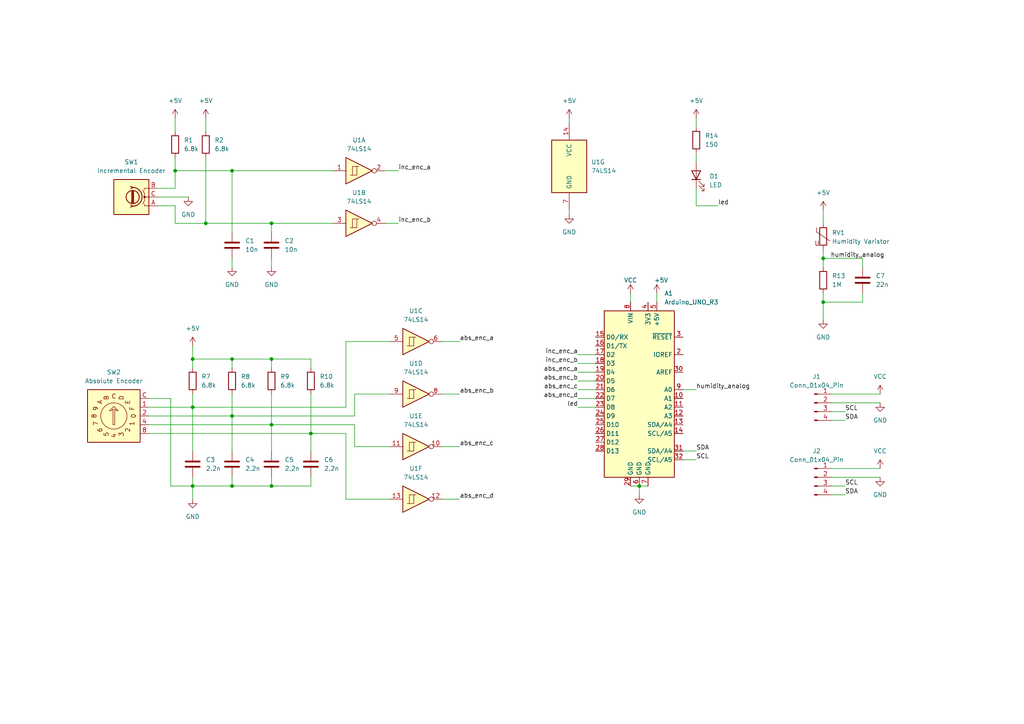
<source format=kicad_sch>
(kicad_sch (version 20230121) (generator eeschema)
  (paper "A4")
  (lib_symbols
    (symbol "74xx:74LS14" (pin_names (offset 1.016))
      (property "Reference" "U" (at 0 1.27 0))
      (property "Value" "74LS14" (at 0 -1.27 0))
      (symbol "74LS14_1_0"
        (polyline (pts (xy -3.81 3.81) (xy -3.81 -3.81) (xy 3.81 0) (xy -3.81 3.81)) (stroke (width 0.254)) (fill (type background)))
        (pin input line (at -7.62 0 0) (length 3.81) (name "~") (number "1"))
        (pin output inverted (at 7.62 0 180) (length 3.81) (name "~") (number "2"))
      )
      (symbol "74LS14_1_1"
        (polyline (pts (xy -1.905 -1.27) (xy -1.905 1.27) (xy -0.635 1.27)))
        (polyline (pts (xy -2.54 -1.27) (xy -0.635 -1.27) (xy -0.635 1.27) (xy 0 1.27)))
      )
      (symbol "74LS14_2_0"
        (polyline (pts (xy -3.81 3.81) (xy -3.81 -3.81) (xy 3.81 0) (xy -3.81 3.81)) (stroke (width 0.254)) (fill (type background)))
        (pin input line (at -7.62 0 0) (length 3.81) (name "~") (number "3"))
        (pin output inverted (at 7.62 0 180) (length 3.81) (name "~") (number "4"))
      )
      (symbol "74LS14_2_1"
        (polyline (pts (xy -1.905 -1.27) (xy -1.905 1.27) (xy -0.635 1.27)))
        (polyline (pts (xy -2.54 -1.27) (xy -0.635 -1.27) (xy -0.635 1.27) (xy 0 1.27)))
      )
      (symbol "74LS14_3_0"
        (polyline (pts (xy -3.81 3.81) (xy -3.81 -3.81) (xy 3.81 0) (xy -3.81 3.81)) (stroke (width 0.254)) (fill (type background)))
        (pin input line (at -7.62 0 0) (length 3.81) (name "~") (number "5"))
        (pin output inverted (at 7.62 0 180) (length 3.81) (name "~") (number "6"))
      )
      (symbol "74LS14_3_1"
        (polyline (pts (xy -1.905 -1.27) (xy -1.905 1.27) (xy -0.635 1.27)))
        (polyline (pts (xy -2.54 -1.27) (xy -0.635 -1.27) (xy -0.635 1.27) (xy 0 1.27)))
      )
      (symbol "74LS14_4_0"
        (polyline (pts (xy -3.81 3.81) (xy -3.81 -3.81) (xy 3.81 0) (xy -3.81 3.81)) (stroke (width 0.254)) (fill (type background)))
        (pin output inverted (at 7.62 0 180) (length 3.81) (name "~") (number "8"))
        (pin input line (at -7.62 0 0) (length 3.81) (name "~") (number "9"))
      )
      (symbol "74LS14_4_1"
        (polyline (pts (xy -1.905 -1.27) (xy -1.905 1.27) (xy -0.635 1.27)))
        (polyline (pts (xy -2.54 -1.27) (xy -0.635 -1.27) (xy -0.635 1.27) (xy 0 1.27)))
      )
      (symbol "74LS14_5_0"
        (polyline (pts (xy -3.81 3.81) (xy -3.81 -3.81) (xy 3.81 0) (xy -3.81 3.81)) (stroke (width 0.254)) (fill (type background)))
        (pin output inverted (at 7.62 0 180) (length 3.81) (name "~") (number "10"))
        (pin input line (at -7.62 0 0) (length 3.81) (name "~") (number "11"))
      )
      (symbol "74LS14_5_1"
        (polyline (pts (xy -1.905 -1.27) (xy -1.905 1.27) (xy -0.635 1.27)))
        (polyline (pts (xy -2.54 -1.27) (xy -0.635 -1.27) (xy -0.635 1.27) (xy 0 1.27)))
      )
      (symbol "74LS14_6_0"
        (polyline (pts (xy -3.81 3.81) (xy -3.81 -3.81) (xy 3.81 0) (xy -3.81 3.81)) (stroke (width 0.254)) (fill (type background)))
        (pin output inverted (at 7.62 0 180) (length 3.81) (name "~") (number "12"))
        (pin input line (at -7.62 0 0) (length 3.81) (name "~") (number "13"))
      )
      (symbol "74LS14_6_1"
        (polyline (pts (xy -1.905 -1.27) (xy -1.905 1.27) (xy -0.635 1.27)))
        (polyline (pts (xy -2.54 -1.27) (xy -0.635 -1.27) (xy -0.635 1.27) (xy 0 1.27)))
      )
      (symbol "74LS14_7_0"
        (pin power_in line (at 0 12.7 270) (length 5.08) (name "VCC") (number "14"))
        (pin power_in line (at 0 -12.7 90) (length 5.08) (name "GND") (number "7"))
      )
      (symbol "74LS14_7_1"
        (rectangle (start -5.08 7.62) (end 5.08 -7.62) (stroke (width 0.254)) (fill (type background)))
      )
    )
    (symbol "Connector:Conn_01x04_Pin" (pin_names (offset 1.016) hide)
      (property "Reference" "J" (at 0 5.08 0))
      (property "Value" "Conn_01x04_Pin" (at 0 -7.62 0))
      (symbol "Conn_01x04_Pin_1_1"
        (polyline (pts (xy 1.27 -5.08) (xy 0.8636 -5.08)) (stroke (width 0.1524)))
        (polyline (pts (xy 1.27 -2.54) (xy 0.8636 -2.54)) (stroke (width 0.1524)))
        (polyline (pts (xy 1.27 0) (xy 0.8636 0)) (stroke (width 0.1524)))
        (polyline (pts (xy 1.27 2.54) (xy 0.8636 2.54)) (stroke (width 0.1524)))
        (rectangle (start 0.8636 -4.953) (end 0 -5.207) (stroke (width 0.1524)) (fill (type outline)))
        (rectangle (start 0.8636 -2.413) (end 0 -2.667) (stroke (width 0.1524)) (fill (type outline)))
        (rectangle (start 0.8636 0.127) (end 0 -0.127) (stroke (width 0.1524)) (fill (type outline)))
        (rectangle (start 0.8636 2.667) (end 0 2.413) (stroke (width 0.1524)) (fill (type outline)))
        (pin passive line (at 5.08 2.54 180) (length 3.81) (name "Pin_1") (number "1"))
        (pin passive line (at 5.08 0 180) (length 3.81) (name "Pin_2") (number "2"))
        (pin passive line (at 5.08 -2.54 180) (length 3.81) (name "Pin_3") (number "3"))
        (pin passive line (at 5.08 -5.08 180) (length 3.81) (name "Pin_4") (number "4"))
      )
    )
    (symbol "Device:C" (pin_numbers hide) (pin_names (offset 0.254))
      (property "Reference" "C" (at 0.635 2.54 0))
      (property "Value" "C" (at 0.635 -2.54 0))
      (symbol "C_0_1"
        (polyline (pts (xy -2.032 -0.762) (xy 2.032 -0.762)) (stroke (width 0.508)))
        (polyline (pts (xy -2.032 0.762) (xy 2.032 0.762)) (stroke (width 0.508)))
      )
      (symbol "C_1_1"
        (pin passive line (at 0 3.81 270) (length 2.794) (name "~") (number "1"))
        (pin passive line (at 0 -3.81 90) (length 2.794) (name "~") (number "2"))
      )
    )
    (symbol "Device:LED" (pin_numbers hide) (pin_names (offset 1.016) hide)
      (property "Reference" "D" (at 0 2.54 0))
      (property "Value" "LED" (at 0 -2.54 0))
      (symbol "LED_0_1"
        (polyline (pts (xy -1.27 -1.27) (xy -1.27 1.27)) (stroke (width 0.254)))
        (polyline (pts (xy -1.27 0) (xy 1.27 0)))
        (polyline (pts (xy 1.27 -1.27) (xy 1.27 1.27) (xy -1.27 0) (xy 1.27 -1.27)) (stroke (width 0.254)))
        (polyline (pts (xy -3.048 -0.762) (xy -4.572 -2.286) (xy -3.81 -2.286) (xy -4.572 -2.286) (xy -4.572 -1.524)))
        (polyline (pts (xy -1.778 -0.762) (xy -3.302 -2.286) (xy -2.54 -2.286) (xy -3.302 -2.286) (xy -3.302 -1.524)))
      )
      (symbol "LED_1_1"
        (pin passive line (at -3.81 0 0) (length 2.54) (name "K") (number "1"))
        (pin passive line (at 3.81 0 180) (length 2.54) (name "A") (number "2"))
      )
    )
    (symbol "Device:R" (pin_numbers hide) (pin_names (offset 0))
      (property "Reference" "R" (at 2.032 0 90))
      (property "Value" "R" (at 0 0 90))
      (symbol "R_0_1"
        (rectangle (start -1.016 -2.54) (end 1.016 2.54) (stroke (width 0.254)))
      )
      (symbol "R_1_1"
        (pin passive line (at 0 3.81 270) (length 1.27) (name "~") (number "1"))
        (pin passive line (at 0 -3.81 90) (length 1.27) (name "~") (number "2"))
      )
    )
    (symbol "Device:RotaryEncoder" (pin_names (offset 0.254) hide)
      (property "Reference" "SW" (at 0 6.604 0))
      (property "Value" "RotaryEncoder" (at 0 -6.604 0))
      (symbol "RotaryEncoder_0_1"
        (rectangle (start -5.08 5.08) (end 5.08 -5.08) (stroke (width 0.254)) (fill (type background)))
        (circle (center -3.81 0) (radius 0.254) (fill (type outline)))
        (circle (center -0.381 0) (radius 1.905) (stroke (width 0.254)))
        (arc (start -0.381 2.667) (mid -3.0988 -0.0635) (end -0.381 -2.794) (stroke (width 0.254)))
        (polyline (pts (xy -0.635 -1.778) (xy -0.635 1.778)) (stroke (width 0.254)))
        (polyline (pts (xy -0.381 -1.778) (xy -0.381 1.778)) (stroke (width 0.254)))
        (polyline (pts (xy -0.127 1.778) (xy -0.127 -1.778)) (stroke (width 0.254)))
        (polyline (pts (xy -5.08 -2.54) (xy -3.81 -2.54) (xy -3.81 -2.032)))
        (polyline (pts (xy -5.08 2.54) (xy -3.81 2.54) (xy -3.81 2.032)))
        (polyline (pts (xy 0.254 -3.048) (xy -0.508 -2.794) (xy 0.127 -2.413)) (stroke (width 0.254)))
        (polyline (pts (xy 0.254 2.921) (xy -0.508 2.667) (xy 0.127 2.286)) (stroke (width 0.254)))
        (polyline (pts (xy -5.08 0) (xy -3.81 0) (xy -3.81 -1.016) (xy -3.302 -2.032)))
        (polyline (pts (xy -4.318 0) (xy -3.81 0) (xy -3.81 1.016) (xy -3.302 2.032)))
      )
      (symbol "RotaryEncoder_1_1"
        (pin passive line (at -7.62 2.54 0) (length 2.54) (name "A") (number "A"))
        (pin passive line (at -7.62 -2.54 0) (length 2.54) (name "B") (number "B"))
        (pin passive line (at -7.62 0 0) (length 2.54) (name "C") (number "C"))
      )
    )
    (symbol "Device:Varistor" (pin_numbers hide) (pin_names (offset 0))
      (property "Reference" "RV" (at 3.175 0 90))
      (property "Value" "Varistor" (at -3.175 0 90))
      (symbol "Varistor_0_0"
        (text "U" (at -1.778 -2.032 0) (effects (font (size 1.27 1.27))))
      )
      (symbol "Varistor_0_1"
        (rectangle (start -1.016 -2.54) (end 1.016 2.54) (stroke (width 0.254)))
        (polyline (pts (xy -1.905 2.54) (xy -1.905 1.27) (xy 1.905 -1.27)))
      )
      (symbol "Varistor_1_1"
        (pin passive line (at 0 3.81 270) (length 1.27) (name "~") (number "1"))
        (pin passive line (at 0 -3.81 90) (length 1.27) (name "~") (number "2"))
      )
    )
    (symbol "MCU_Module:Arduino_UNO_R3"
      (property "Reference" "A" (at -10.16 23.495 0))
      (property "Value" "Arduino_UNO_R3" (at 5.08 -26.67 0))
      (symbol "Arduino_UNO_R3_0_1"
        (rectangle (start -10.16 22.86) (end 10.16 -25.4) (stroke (width 0.254)) (fill (type background)))
      )
      (symbol "Arduino_UNO_R3_1_1"
        (pin no_connect line (at -10.16 -20.32 0) (length 2.54) hide (name "NC") (number "1"))
        (pin bidirectional line (at 12.7 -2.54 180) (length 2.54) (name "A1") (number "10"))
        (pin bidirectional line (at 12.7 -5.08 180) (length 2.54) (name "A2") (number "11"))
        (pin bidirectional line (at 12.7 -7.62 180) (length 2.54) (name "A3") (number "12"))
        (pin bidirectional line (at 12.7 -10.16 180) (length 2.54) (name "SDA/A4") (number "13"))
        (pin bidirectional line (at 12.7 -12.7 180) (length 2.54) (name "SCL/A5") (number "14"))
        (pin bidirectional line (at -12.7 15.24 0) (length 2.54) (name "D0/RX") (number "15"))
        (pin bidirectional line (at -12.7 12.7 0) (length 2.54) (name "D1/TX") (number "16"))
        (pin bidirectional line (at -12.7 10.16 0) (length 2.54) (name "D2") (number "17"))
        (pin bidirectional line (at -12.7 7.62 0) (length 2.54) (name "D3") (number "18"))
        (pin bidirectional line (at -12.7 5.08 0) (length 2.54) (name "D4") (number "19"))
        (pin output line (at 12.7 10.16 180) (length 2.54) (name "IOREF") (number "2"))
        (pin bidirectional line (at -12.7 2.54 0) (length 2.54) (name "D5") (number "20"))
        (pin bidirectional line (at -12.7 0 0) (length 2.54) (name "D6") (number "21"))
        (pin bidirectional line (at -12.7 -2.54 0) (length 2.54) (name "D7") (number "22"))
        (pin bidirectional line (at -12.7 -5.08 0) (length 2.54) (name "D8") (number "23"))
        (pin bidirectional line (at -12.7 -7.62 0) (length 2.54) (name "D9") (number "24"))
        (pin bidirectional line (at -12.7 -10.16 0) (length 2.54) (name "D10") (number "25"))
        (pin bidirectional line (at -12.7 -12.7 0) (length 2.54) (name "D11") (number "26"))
        (pin bidirectional line (at -12.7 -15.24 0) (length 2.54) (name "D12") (number "27"))
        (pin bidirectional line (at -12.7 -17.78 0) (length 2.54) (name "D13") (number "28"))
        (pin power_in line (at -2.54 -27.94 90) (length 2.54) (name "GND") (number "29"))
        (pin input line (at 12.7 15.24 180) (length 2.54) (name "~{RESET}") (number "3"))
        (pin input line (at 12.7 5.08 180) (length 2.54) (name "AREF") (number "30"))
        (pin bidirectional line (at 12.7 -17.78 180) (length 2.54) (name "SDA/A4") (number "31"))
        (pin bidirectional line (at 12.7 -20.32 180) (length 2.54) (name "SCL/A5") (number "32"))
        (pin power_out line (at 2.54 25.4 270) (length 2.54) (name "3V3") (number "4"))
        (pin power_out line (at 5.08 25.4 270) (length 2.54) (name "+5V") (number "5"))
        (pin power_in line (at 0 -27.94 90) (length 2.54) (name "GND") (number "6"))
        (pin power_in line (at 2.54 -27.94 90) (length 2.54) (name "GND") (number "7"))
        (pin power_in line (at -2.54 25.4 270) (length 2.54) (name "VIN") (number "8"))
        (pin bidirectional line (at 12.7 0 180) (length 2.54) (name "A0") (number "9"))
      )
    )
    (symbol "Switch:SW_Coded_SH-7080" (pin_names hide)
      (property "Reference" "SW" (at -7.62 8.89 0))
      (property "Value" "SW_Coded_SH-7080" (at -7.62 -8.89 0))
      (symbol "SW_Coded_SH-7080_0_0"
        (text "0" (at 5.715 0 2700) (effects (font (size 1.27 1.27))))
        (text "1" (at 5.2832 -2.1844 2475) (effects (font (size 1.27 1.27))))
        (text "2" (at 4.0386 -4.0386 2250) (effects (font (size 1.27 1.27))))
        (text "3" (at 2.1844 -5.2832 2025) (effects (font (size 1.27 1.27))))
        (text "4" (at 0 -5.715 1800) (effects (font (size 1.27 1.27))))
        (text "5" (at -2.1844 -5.2832 1575) (effects (font (size 1.27 1.27))))
        (text "6" (at -4.0386 -4.0386 1350) (effects (font (size 1.27 1.27))))
        (text "7" (at -5.2832 -2.1844 1125) (effects (font (size 1.27 1.27))))
        (text "8" (at -5.715 0 900) (effects (font (size 1.27 1.27))))
        (text "9" (at -5.2832 2.1844 675) (effects (font (size 1.27 1.27))))
        (text "A" (at -4.0386 4.0386 450) (effects (font (size 1.27 1.27))))
        (text "B" (at -2.1844 5.2832 225) (effects (font (size 1.27 1.27))))
        (text "C" (at 0 5.715 0) (effects (font (size 1.27 1.27))))
        (text "D" (at 2.1844 5.2832 3375) (effects (font (size 1.27 1.27))))
        (text "E" (at 4.0386 4.0386 3150) (effects (font (size 1.27 1.27))))
        (text "F" (at 5.2832 2.1844 2925) (effects (font (size 1.27 1.27))))
      )
      (symbol "SW_Coded_SH-7080_0_1"
        (polyline (pts (xy -0.254 -2.54) (xy -0.254 2.032) (xy -0.762 1.524) (xy -1.27 1.524) (xy 0 2.794) (xy 1.27 1.524) (xy 0.762 1.524) (xy 0.254 2.032) (xy 0.254 -2.54) (xy -0.254 -2.54) (xy -0.254 -2.54)))
        (circle (center 0 0) (radius 3.81))
        (rectangle (start 7.62 7.62) (end -7.62 -7.62) (stroke (width 0.254)) (fill (type background)))
      )
      (symbol "SW_Coded_SH-7080_1_1"
        (pin passive line (at 10.16 2.54 180) (length 2.54) (name "1") (number "1"))
        (pin passive line (at 10.16 0 180) (length 2.54) (name "2") (number "2"))
        (pin passive line (at 10.16 -2.54 180) (length 2.54) (name "4") (number "4"))
        (pin passive line (at 10.16 -5.08 180) (length 2.54) (name "8") (number "8"))
        (pin passive line (at 10.16 5.08 180) (length 2.54) (name "C") (number "C"))
      )
    )
    (symbol "power:+5V" (power) (pin_names (offset 0))
      (property "Value" "+5V" (at 0 3.556 0))
      (symbol "+5V_0_1"
        (polyline (pts (xy -0.762 1.27) (xy 0 2.54)))
        (polyline (pts (xy 0 0) (xy 0 2.54)))
        (polyline (pts (xy 0 2.54) (xy 0.762 1.27)))
      )
      (symbol "+5V_1_1"
        (pin power_in line (at 0 0 90) (length 0) hide (name "+5V") (number "1"))
      )
    )
    (symbol "power:GND" (power) (pin_names (offset 0))
      (property "Value" "GND" (at 0 -3.81 0))
      (symbol "GND_0_1"
        (polyline (pts (xy 0 0) (xy 0 -1.27) (xy 1.27 -1.27) (xy 0 -2.54) (xy -1.27 -1.27) (xy 0 -1.27)))
      )
      (symbol "GND_1_1"
        (pin power_in line (at 0 0 270) (length 0) hide (name "GND") (number "1"))
      )
    )
    (symbol "power:VCC" (power) (pin_names (offset 0))
      (property "Value" "VCC" (at 0 3.81 0))
      (symbol "VCC_0_1"
        (polyline (pts (xy -0.762 1.27) (xy 0 2.54)))
        (polyline (pts (xy 0 0) (xy 0 2.54)))
        (polyline (pts (xy 0 2.54) (xy 0.762 1.27)))
      )
      (symbol "VCC_1_1"
        (pin power_in line (at 0 0 90) (length 0) hide (name "VCC") (number "1"))
      )
    )
  )
  (junction (at 185.42 140.97))
  (junction (at 238.76 74.93))
  (junction (at 67.31 49.53))
  (junction (at 67.31 104.14))
  (junction (at 55.88 140.97))
  (junction (at 55.88 118.11))
  (junction (at 67.31 120.65))
  (junction (at 50.8 49.53))
  (junction (at 78.74 123.19))
  (junction (at 90.17 125.73))
  (junction (at 78.74 104.14))
  (junction (at 67.31 140.97))
  (junction (at 59.69 64.77))
  (junction (at 55.88 104.14))
  (junction (at 78.74 140.97))
  (junction (at 78.74 64.77))
  (junction (at 238.76 87.63))
  (wire (pts (xy 67.31 140.97) (xy 55.88 140.97)))
  (wire (pts (xy 78.74 140.97) (xy 90.17 140.97)))
  (wire (pts (xy 182.88 140.97) (xy 185.42 140.97)))
  (wire (pts (xy 128.27 144.78) (xy 133.35 144.78)))
  (wire (pts (xy 250.19 74.93) (xy 250.19 77.47)))
  (wire (pts (xy 67.31 104.14) (xy 67.31 106.68)))
  (wire (pts (xy 201.93 34.29) (xy 201.93 36.83)))
  (wire (pts (xy 201.93 59.69) (xy 208.28 59.69)))
  (wire (pts (xy 78.74 114.3) (xy 78.74 123.19)))
  (wire (pts (xy 100.33 144.78) (xy 113.03 144.78)))
  (wire (pts (xy 55.88 118.11) (xy 100.33 118.11)))
  (wire (pts (xy 78.74 104.14) (xy 78.74 106.68)))
  (wire (pts (xy 167.64 113.03) (xy 172.72 113.03)))
  (wire (pts (xy 102.87 129.54) (xy 113.03 129.54)))
  (wire (pts (xy 55.88 104.14) (xy 67.31 104.14)))
  (wire (pts (xy 165.1 60.96) (xy 165.1 62.23)))
  (wire (pts (xy 67.31 120.65) (xy 102.87 120.65)))
  (wire (pts (xy 198.12 133.35) (xy 201.93 133.35)))
  (wire (pts (xy 55.88 140.97) (xy 55.88 138.43)))
  (wire (pts (xy 100.33 118.11) (xy 100.33 99.06)))
  (wire (pts (xy 238.76 87.63) (xy 238.76 92.71)))
  (wire (pts (xy 55.88 118.11) (xy 55.88 130.81)))
  (wire (pts (xy 45.72 57.15) (xy 54.61 57.15)))
  (wire (pts (xy 241.3 135.89) (xy 255.27 135.89)))
  (wire (pts (xy 111.76 64.77) (xy 115.57 64.77)))
  (wire (pts (xy 185.42 140.97) (xy 187.96 140.97)))
  (wire (pts (xy 55.88 100.33) (xy 55.88 104.14)))
  (wire (pts (xy 55.88 140.97) (xy 55.88 144.78)))
  (wire (pts (xy 67.31 114.3) (xy 67.31 120.65)))
  (wire (pts (xy 198.12 130.81) (xy 201.93 130.81)))
  (wire (pts (xy 78.74 123.19) (xy 102.87 123.19)))
  (wire (pts (xy 43.18 115.57) (xy 49.53 115.57)))
  (wire (pts (xy 90.17 125.73) (xy 100.33 125.73)))
  (wire (pts (xy 67.31 138.43) (xy 67.31 140.97)))
  (wire (pts (xy 67.31 49.53) (xy 67.31 67.31)))
  (wire (pts (xy 241.3 143.51) (xy 245.11 143.51)))
  (wire (pts (xy 50.8 64.77) (xy 59.69 64.77)))
  (wire (pts (xy 78.74 64.77) (xy 78.74 67.31)))
  (wire (pts (xy 198.12 113.03) (xy 201.93 113.03)))
  (wire (pts (xy 111.76 49.53) (xy 115.57 49.53)))
  (wire (pts (xy 167.64 110.49) (xy 172.72 110.49)))
  (wire (pts (xy 185.42 140.97) (xy 185.42 143.51)))
  (wire (pts (xy 238.76 60.96) (xy 238.76 64.77)))
  (wire (pts (xy 90.17 106.68) (xy 90.17 104.14)))
  (wire (pts (xy 50.8 34.29) (xy 50.8 38.1)))
  (wire (pts (xy 241.3 119.38) (xy 245.11 119.38)))
  (wire (pts (xy 167.64 118.11) (xy 172.72 118.11)))
  (wire (pts (xy 167.64 115.57) (xy 172.72 115.57)))
  (wire (pts (xy 49.53 115.57) (xy 49.53 140.97)))
  (wire (pts (xy 238.76 72.39) (xy 238.76 74.93)))
  (wire (pts (xy 78.74 123.19) (xy 78.74 130.81)))
  (wire (pts (xy 50.8 45.72) (xy 50.8 49.53)))
  (wire (pts (xy 238.76 74.93) (xy 250.19 74.93)))
  (wire (pts (xy 78.74 74.93) (xy 78.74 77.47)))
  (wire (pts (xy 241.3 140.97) (xy 245.11 140.97)))
  (wire (pts (xy 128.27 99.06) (xy 133.35 99.06)))
  (wire (pts (xy 67.31 74.93) (xy 67.31 77.47)))
  (wire (pts (xy 59.69 45.72) (xy 59.69 64.77)))
  (wire (pts (xy 59.69 64.77) (xy 78.74 64.77)))
  (wire (pts (xy 102.87 123.19) (xy 102.87 129.54)))
  (wire (pts (xy 167.64 102.87) (xy 172.72 102.87)))
  (wire (pts (xy 67.31 49.53) (xy 96.52 49.53)))
  (wire (pts (xy 50.8 54.61) (xy 50.8 49.53)))
  (wire (pts (xy 67.31 140.97) (xy 78.74 140.97)))
  (wire (pts (xy 241.3 121.92) (xy 245.11 121.92)))
  (wire (pts (xy 238.76 74.93) (xy 238.76 77.47)))
  (wire (pts (xy 100.33 125.73) (xy 100.33 144.78)))
  (wire (pts (xy 90.17 125.73) (xy 90.17 114.3)))
  (wire (pts (xy 165.1 34.29) (xy 165.1 35.56)))
  (wire (pts (xy 241.3 116.84) (xy 255.27 116.84)))
  (wire (pts (xy 167.64 107.95) (xy 172.72 107.95)))
  (wire (pts (xy 102.87 114.3) (xy 113.03 114.3)))
  (wire (pts (xy 201.93 54.61) (xy 201.93 59.69)))
  (wire (pts (xy 238.76 87.63) (xy 238.76 85.09)))
  (wire (pts (xy 90.17 138.43) (xy 90.17 140.97)))
  (wire (pts (xy 250.19 85.09) (xy 250.19 87.63)))
  (wire (pts (xy 67.31 104.14) (xy 78.74 104.14)))
  (wire (pts (xy 128.27 114.3) (xy 133.35 114.3)))
  (wire (pts (xy 78.74 104.14) (xy 90.17 104.14)))
  (wire (pts (xy 50.8 54.61) (xy 45.72 54.61)))
  (wire (pts (xy 100.33 99.06) (xy 113.03 99.06)))
  (wire (pts (xy 78.74 64.77) (xy 96.52 64.77)))
  (wire (pts (xy 49.53 140.97) (xy 55.88 140.97)))
  (wire (pts (xy 43.18 118.11) (xy 55.88 118.11)))
  (wire (pts (xy 50.8 49.53) (xy 67.31 49.53)))
  (wire (pts (xy 201.93 44.45) (xy 201.93 46.99)))
  (wire (pts (xy 167.64 105.41) (xy 172.72 105.41)))
  (wire (pts (xy 190.5 85.09) (xy 190.5 87.63)))
  (wire (pts (xy 55.88 114.3) (xy 55.88 118.11)))
  (wire (pts (xy 241.3 114.3) (xy 255.27 114.3)))
  (wire (pts (xy 182.88 85.09) (xy 182.88 87.63)))
  (wire (pts (xy 67.31 120.65) (xy 67.31 130.81)))
  (wire (pts (xy 50.8 59.69) (xy 50.8 64.77)))
  (wire (pts (xy 55.88 104.14) (xy 55.88 106.68)))
  (wire (pts (xy 90.17 125.73) (xy 90.17 130.81)))
  (wire (pts (xy 43.18 125.73) (xy 90.17 125.73)))
  (wire (pts (xy 59.69 34.29) (xy 59.69 38.1)))
  (wire (pts (xy 50.8 59.69) (xy 45.72 59.69)))
  (wire (pts (xy 128.27 129.54) (xy 133.35 129.54)))
  (wire (pts (xy 250.19 87.63) (xy 238.76 87.63)))
  (wire (pts (xy 102.87 120.65) (xy 102.87 114.3)))
  (wire (pts (xy 241.3 138.43) (xy 255.27 138.43)))
  (wire (pts (xy 43.18 120.65) (xy 67.31 120.65)))
  (wire (pts (xy 43.18 123.19) (xy 78.74 123.19)))
  (wire (pts (xy 78.74 138.43) (xy 78.74 140.97)))
  (label "humidity_analog" (at 201.93 113.03 0))
  (label "led" (at 167.64 118.11 180))
  (label "abs_enc_d" (at 167.64 115.57 180))
  (label "SDA" (at 201.93 130.81 0))
  (label "inc_enc_a" (at 115.57 49.53 0))
  (label "SDA" (at 245.11 121.92 0))
  (label "SCL" (at 245.11 119.38 0))
  (label "SDA" (at 245.11 143.51 0))
  (label "humidity_analog" (at 256.54 74.93 180))
  (label "abs_enc_b" (at 133.35 114.3 0))
  (label "inc_enc_b" (at 167.64 105.41 180))
  (label "SCL" (at 201.93 133.35 0))
  (label "abs_enc_c" (at 133.35 129.54 0))
  (label "abs_enc_c" (at 167.64 113.03 180))
  (label "abs_enc_a" (at 167.64 107.95 180))
  (label "abs_enc_d" (at 133.35 144.78 0))
  (label "inc_enc_a" (at 167.64 102.87 180))
  (label "abs_enc_a" (at 133.35 99.06 0))
  (label "inc_enc_b" (at 115.57 64.77 0))
  (label "SCL" (at 245.11 140.97 0))
  (label "led" (at 208.28 59.69 0))
  (label "abs_enc_b" (at 167.64 110.49 180))
  (symbol (lib_id "power:+5V") (at 55.88 100.33 0) (unit 1)
    (property "Reference" "#PWR08" (effects hide))
    (property "Value" "+5V" (at 55.88 95.25 0))
  )
  (symbol (lib_id "power:GND") (at 185.42 143.51 0) (unit 1)
    (property "Reference" "#PWR012" (effects hide))
    (property "Value" "GND" (at 185.42 148.59 0))
  )
  (symbol (lib_id "Device:R") (at 201.93 40.64 0) (unit 1)
    (property "Reference" "R14" (at 204.47 39.37 0) (effects (justify left)))
    (property "Value" "150" (at 204.47 41.91 0) (effects (justify left)))
  )
  (symbol (lib_id "74xx:74LS14") (at 104.14 49.53 0) (unit 1)
    (property "Reference" "U1" (at 104.14 40.64 0))
    (property "Value" "74LS14" (at 104.14 43.18 0))
    (property "Datasheet" "http://www.ti.com/lit/gpn/sn74LS14" (effects hide))
  )
  (symbol (lib_id "power:GND") (at 238.76 92.71 0) (unit 1)
    (property "Reference" "#PWR010" (effects hide))
    (property "Value" "GND" (at 238.76 97.79 0))
  )
  (symbol (lib_id "Device:C") (at 67.31 71.12 0) (unit 1)
    (property "Reference" "C1" (at 71.12 69.85 0) (effects (justify left)))
    (property "Value" "10n" (at 71.12 72.39 0) (effects (justify left)))
  )
  (symbol (lib_id "power:GND") (at 55.88 144.78 0) (unit 1)
    (property "Reference" "#PWR07" (effects hide))
    (property "Value" "GND" (at 55.88 149.86 0))
  )
  (symbol (lib_id "Device:R") (at 59.69 41.91 0) (unit 1)
    (property "Reference" "R2" (at 62.23 40.64 0) (effects (justify left)))
    (property "Value" "6.8k" (at 62.23 43.18 0) (effects (justify left)))
  )
  (symbol (lib_id "Device:R") (at 90.17 110.49 0) (unit 1)
    (property "Reference" "R10" (at 92.71 109.22 0) (effects (justify left)))
    (property "Value" "6.8k" (at 92.71 111.76 0) (effects (justify left)))
  )
  (symbol (lib_id "power:+5V") (at 59.69 34.29 0) (unit 1)
    (property "Reference" "#PWR05" (effects hide))
    (property "Value" "+5V" (at 59.69 29.21 0))
  )
  (symbol (lib_id "power:VCC") (at 255.27 114.3 0) (unit 1)
    (property "Reference" "#PWR015" (effects hide))
    (property "Value" "VCC" (at 255.27 109.22 0))
  )
  (symbol (lib_id "Connector:Conn_01x04_Pin") (at 236.22 138.43 0) (unit 1)
    (property "Reference" "J2" (at 236.855 130.81 0))
    (property "Value" "Conn_01x04_Pin" (at 236.855 133.35 0))
  )
  (symbol (lib_id "74xx:74LS14") (at 120.65 144.78 0) (unit 6)
    (property "Reference" "U1" (at 120.65 135.89 0))
    (property "Value" "74LS14" (at 120.65 138.43 0))
    (property "Datasheet" "http://www.ti.com/lit/gpn/sn74LS14" (effects hide))
  )
  (symbol (lib_id "Device:C") (at 250.19 81.28 0) (unit 1)
    (property "Reference" "C7" (at 254 80.01 0) (effects (justify left)))
    (property "Value" "22n" (at 254 82.55 0) (effects (justify left)))
  )
  (symbol (lib_id "Device:C") (at 67.31 134.62 0) (unit 1)
    (property "Reference" "C4" (at 71.12 133.35 0) (effects (justify left)))
    (property "Value" "2.2n" (at 71.12 135.89 0) (effects (justify left)))
  )
  (symbol (lib_id "power:GND") (at 165.1 62.23 0) (unit 1)
    (property "Reference" "#PWR018" (effects hide))
    (property "Value" "GND" (at 165.1 67.31 0))
  )
  (symbol (lib_id "power:+5V") (at 201.93 34.29 0) (unit 1)
    (property "Reference" "#PWR019" (effects hide))
    (property "Value" "+5V" (at 201.93 29.21 0))
  )
  (symbol (lib_id "Connector:Conn_01x04_Pin") (at 236.22 116.84 0) (unit 1)
    (property "Reference" "J1" (at 236.855 109.22 0))
    (property "Value" "Conn_01x04_Pin" (at 236.855 111.76 0))
  )
  (symbol (lib_id "power:GND") (at 255.27 138.43 0) (unit 1)
    (property "Reference" "#PWR016" (effects hide))
    (property "Value" "GND" (at 255.27 143.51 0))
  )
  (symbol (lib_id "power:+5V") (at 190.5 85.09 0) (unit 1)
    (property "Reference" "#PWR09" (effects hide))
    (property "Value" "+5V" (at 191.77 81.28 0))
  )
  (symbol (lib_id "power:VCC") (at 255.27 135.89 0) (unit 1)
    (property "Reference" "#PWR06" (effects hide))
    (property "Value" "VCC" (at 255.27 130.81 0))
  )
  (symbol (lib_id "power:GND") (at 78.74 77.47 0) (unit 1)
    (property "Reference" "#PWR03" (effects hide))
    (property "Value" "GND" (at 78.74 82.55 0))
  )
  (symbol (lib_id "74xx:74LS14") (at 165.1 48.26 0) (unit 7)
    (property "Reference" "U1" (at 171.45 46.99 0) (effects (justify left)))
    (property "Value" "74LS14" (at 171.45 49.53 0) (effects (justify left)))
    (property "Datasheet" "http://www.ti.com/lit/gpn/sn74LS14" (effects hide))
  )
  (symbol (lib_id "74xx:74LS14") (at 120.65 99.06 0) (unit 3)
    (property "Reference" "U1" (at 120.65 90.17 0))
    (property "Value" "74LS14" (at 120.65 92.71 0))
    (property "Datasheet" "http://www.ti.com/lit/gpn/sn74LS14" (effects hide))
  )
  (symbol (lib_id "Device:Varistor") (at 238.76 68.58 0) (unit 1)
    (property "Reference" "RV1" (at 241.3 67.5033 0) (effects (justify left)))
    (property "Value" "Humidity Varistor" (at 241.3 70.0433 0) (effects (justify left)))
    (property "Sim.Name" "kicad_builtin_varistor" (effects hide))
    (property "Sim.Device" "SUBCKT" (effects hide))
    (property "Sim.Pins" "1=A 2=B" (effects hide))
    (property "Sim.Params" "threshold=1k" (effects hide))
    (property "Sim.Library" "${KICAD7_SYMBOL_DIR}/Simulation_SPICE.sp" (effects hide))
  )
  (symbol (lib_id "Device:R") (at 55.88 110.49 0) (unit 1)
    (property "Reference" "R7" (at 58.42 109.22 0) (effects (justify left)))
    (property "Value" "6.8k" (at 58.42 111.76 0) (effects (justify left)))
  )
  (symbol (lib_id "74xx:74LS14") (at 104.14 64.77 0) (unit 2)
    (property "Reference" "U1" (at 104.14 55.88 0))
    (property "Value" "74LS14" (at 104.14 58.42 0))
    (property "Datasheet" "http://www.ti.com/lit/gpn/sn74LS14" (effects hide))
  )
  (symbol (lib_id "74xx:74LS14") (at 120.65 114.3 0) (unit 4)
    (property "Reference" "U1" (at 120.65 105.41 0))
    (property "Value" "74LS14" (at 120.65 107.95 0))
    (property "Datasheet" "http://www.ti.com/lit/gpn/sn74LS14" (effects hide))
  )
  (symbol (lib_id "power:+5V") (at 238.76 60.96 0) (unit 1)
    (property "Reference" "#PWR011" (effects hide))
    (property "Value" "+5V" (at 238.76 55.88 0))
  )
  (symbol (lib_id "Device:R") (at 50.8 41.91 0) (unit 1)
    (property "Reference" "R1" (at 53.34 40.64 0) (effects (justify left)))
    (property "Value" "6.8k" (at 53.34 43.18 0) (effects (justify left)))
  )
  (symbol (lib_id "Switch:SW_Coded_SH-7080") (at 33.02 120.65 0) (unit 1)
    (property "Reference" "SW2" (at 33.02 107.95 0))
    (property "Value" "Absolute Encoder" (at 33.02 110.49 0))
    (property "Footprint" "Button_Switch_SMD:Nidec_Copal_SH-7040B" (effects hide))
    (property "Datasheet" "https://www.nidec-copal-electronics.com/e/catalog/switch/sh-7000.pdf" (effects hide))
  )
  (symbol (lib_id "power:+5V") (at 165.1 34.29 0) (unit 1)
    (property "Reference" "#PWR017" (effects hide))
    (property "Value" "+5V" (at 165.1 29.21 0))
  )
  (symbol (lib_id "Device:R") (at 238.76 81.28 0) (unit 1)
    (property "Reference" "R13" (at 241.3 80.01 0) (effects (justify left)))
    (property "Value" "1M" (at 241.3 82.55 0) (effects (justify left)))
  )
  (symbol (lib_id "Device:C") (at 55.88 134.62 0) (unit 1)
    (property "Reference" "C3" (at 59.69 133.35 0) (effects (justify left)))
    (property "Value" "2.2n" (at 59.69 135.89 0) (effects (justify left)))
  )
  (symbol (lib_id "power:VCC") (at 182.88 85.09 0) (unit 1)
    (property "Reference" "#PWR013" (effects hide))
    (property "Value" "VCC" (at 182.88 81.28 0))
  )
  (symbol (lib_id "power:GND") (at 67.31 77.47 0) (unit 1)
    (property "Reference" "#PWR02" (effects hide))
    (property "Value" "GND" (at 67.31 82.55 0))
  )
  (symbol (lib_id "MCU_Module:Arduino_UNO_R3") (at 185.42 113.03 0) (unit 1)
    (property "Reference" "A1" (at 192.6941 85.09 0) (effects (justify left)))
    (property "Value" "Arduino_UNO_R3" (at 192.6941 87.63 0) (effects (justify left)))
    (property "Footprint" "Module:Arduino_UNO_R3" (effects hide))
    (property "Datasheet" "https://www.arduino.cc/en/Main/arduinoBoardUno" (effects hide))
  )
  (symbol (lib_id "Device:R") (at 67.31 110.49 0) (unit 1)
    (property "Reference" "R8" (at 69.85 109.22 0) (effects (justify left)))
    (property "Value" "6.8k" (at 69.85 111.76 0) (effects (justify left)))
  )
  (symbol (lib_id "power:GND") (at 255.27 116.84 0) (unit 1)
    (property "Reference" "#PWR014" (effects hide))
    (property "Value" "GND" (at 255.27 121.92 0))
  )
  (symbol (lib_id "Device:C") (at 78.74 71.12 0) (unit 1)
    (property "Reference" "C2" (at 82.55 69.85 0) (effects (justify left)))
    (property "Value" "10n" (at 82.55 72.39 0) (effects (justify left)))
  )
  (symbol (lib_id "power:+5V") (at 50.8 34.29 0) (unit 1)
    (property "Reference" "#PWR04" (effects hide))
    (property "Value" "+5V" (at 50.8 29.21 0))
  )
  (symbol (lib_id "Device:R") (at 78.74 110.49 0) (unit 1)
    (property "Reference" "R9" (at 81.28 109.22 0) (effects (justify left)))
    (property "Value" "6.8k" (at 81.28 111.76 0) (effects (justify left)))
  )
  (symbol (lib_id "power:GND") (at 54.61 57.15 0) (unit 1)
    (property "Reference" "#PWR01" (effects hide))
    (property "Value" "GND" (at 54.61 62.23 0))
  )
  (symbol (lib_id "Device:LED") (at 201.93 50.8 90) (unit 1)
    (property "Reference" "D1" (at 205.74 51.1175 90) (effects (justify right)))
    (property "Value" "LED" (at 205.74 53.6575 90) (effects (justify right)))
  )
  (symbol (lib_id "74xx:74LS14") (at 120.65 129.54 0) (unit 5)
    (property "Reference" "U1" (at 120.65 120.65 0))
    (property "Value" "74LS14" (at 120.65 123.19 0))
    (property "Datasheet" "http://www.ti.com/lit/gpn/sn74LS14" (effects hide))
  )
  (symbol (lib_id "Device:C") (at 78.74 134.62 0) (unit 1)
    (property "Reference" "C5" (at 82.55 133.35 0) (effects (justify left)))
    (property "Value" "2.2n" (at 82.55 135.89 0) (effects (justify left)))
  )
  (symbol (lib_id "Device:C") (at 90.17 134.62 0) (unit 1)
    (property "Reference" "C6" (at 93.98 133.35 0) (effects (justify left)))
    (property "Value" "2.2n" (at 93.98 135.89 0) (effects (justify left)))
  )
  (symbol (lib_id "Device:RotaryEncoder") (at 38.1 57.15 180) (unit 1)
    (property "Reference" "SW1" (at 38.1 46.99 0))
    (property "Value" "Incremental Encoder" (at 38.1 49.53 0))
  )
)
</source>
